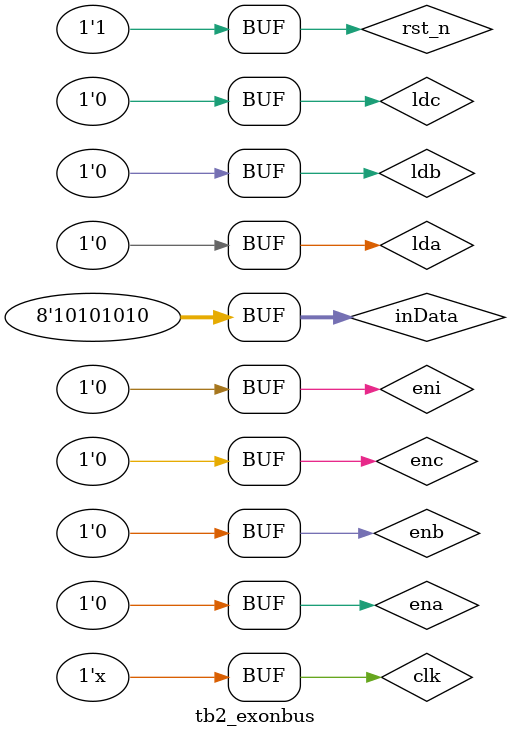
<source format=v>
`timescale 1ns / 1ps

module tb2_exonbus;

	// Inputs
	reg rst_n;
	reg clk;
	reg ena;
	reg enb;
	reg enc;
	reg eni;
	reg lda;
	reg ldb;
	reg ldc;
	reg [7:0] inData;

	// Outputs
	wire [7:0] rega;
	wire [7:0] regb;
	wire [7:0] regc;
	wire [7:0] zbus;

	// Instantiate the Unit Under Test (UUT)
	exonbus uut (
		.rst_n(rst_n), 
		.clk(clk), 
		.ena(ena), 
		.enb(enb), 
		.enc(enc), 
		.eni(eni), 
		.lda(lda), 
		.ldb(ldb), 
		.ldc(ldc), 
		.inData(inData), 
		.rega(rega), 
		.regb(regb), 
		.regc(regc), 
		.zbus(zbus)
	);
	
	always #5 clk=~clk;

	initial begin
		// Initialize Inputs
		rst_n = 0;
		clk = 0;
		ena = 0;
		enb = 0;
		enc = 0;
		eni = 0;
		lda = 0;
		ldb = 0;
		ldc = 0;
		inData = 0;

		// Wait 100 ns for global reset to finish
		#100;
        
		// Add stimulus here
		rst_n=1;
		
		#10 inData = 8'b10101010;        
		#10 eni = 1;                   
		#10 lda = 1;                   
		#10 lda = 0; eni = 0;       

    // ---------- A -> C 이동 ---------- //
		#10 ena = 1;                   // regA -> tbus
		#10 ldc = 1;                   // tbus -> regC (posedge에서 저장)
		#10 ldc = 0; ena = 0;          // 해제


	end
      
endmodule


</source>
